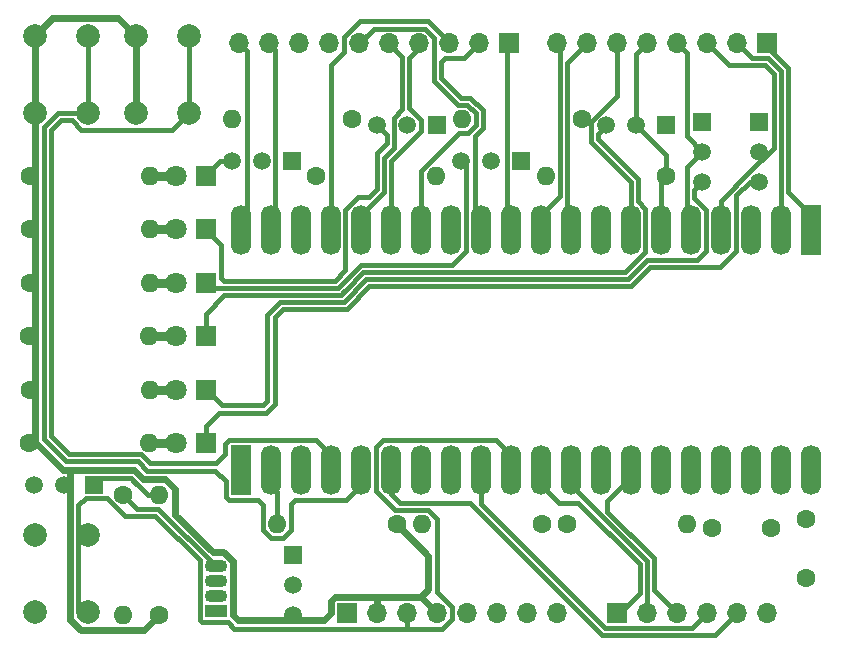
<source format=gbr>
%TF.GenerationSoftware,KiCad,Pcbnew,7.0.7*%
%TF.CreationDate,2023-09-11T15:50:09+02:00*%
%TF.ProjectId,Pico_Adapter,5069636f-5f41-4646-9170-7465722e6b69,V1.0*%
%TF.SameCoordinates,Original*%
%TF.FileFunction,Copper,L2,Bot*%
%TF.FilePolarity,Positive*%
%FSLAX46Y46*%
G04 Gerber Fmt 4.6, Leading zero omitted, Abs format (unit mm)*
G04 Created by KiCad (PCBNEW 7.0.7) date 2023-09-11 15:50:09*
%MOMM*%
%LPD*%
G01*
G04 APERTURE LIST*
%TA.AperFunction,ComponentPad*%
%ADD10R,1.900000X1.100000*%
%TD*%
%TA.AperFunction,ComponentPad*%
%ADD11O,1.900000X1.100000*%
%TD*%
%TA.AperFunction,ComponentPad*%
%ADD12R,1.500000X1.500000*%
%TD*%
%TA.AperFunction,ComponentPad*%
%ADD13C,1.500000*%
%TD*%
%TA.AperFunction,ComponentPad*%
%ADD14R,1.800000X1.800000*%
%TD*%
%TA.AperFunction,ComponentPad*%
%ADD15C,1.800000*%
%TD*%
%TA.AperFunction,ComponentPad*%
%ADD16R,1.700000X1.700000*%
%TD*%
%TA.AperFunction,ComponentPad*%
%ADD17O,1.700000X1.700000*%
%TD*%
%TA.AperFunction,ComponentPad*%
%ADD18C,1.600000*%
%TD*%
%TA.AperFunction,ComponentPad*%
%ADD19O,1.600000X1.600000*%
%TD*%
%TA.AperFunction,SMDPad,CuDef*%
%ADD20R,1.700000X4.240000*%
%TD*%
%TA.AperFunction,ComponentPad*%
%ADD21C,1.700000*%
%TD*%
%TA.AperFunction,SMDPad,CuDef*%
%ADD22O,1.700000X4.240000*%
%TD*%
%TA.AperFunction,ComponentPad*%
%ADD23C,2.000000*%
%TD*%
%TA.AperFunction,ViaPad*%
%ADD24C,0.600000*%
%TD*%
%TA.AperFunction,Conductor*%
%ADD25C,0.400000*%
%TD*%
%TA.AperFunction,Conductor*%
%ADD26C,0.600000*%
%TD*%
%TA.AperFunction,Conductor*%
%ADD27C,0.800000*%
%TD*%
G04 APERTURE END LIST*
D10*
%TO.P,P1,1,DOUT*%
%TO.N,unconnected-(P1-DOUT-Pad1)*%
X95886000Y-155604400D03*
D11*
%TO.P,P1,2,GND*%
%TO.N,GND*%
X95886000Y-154334400D03*
%TO.P,P1,3,VDD*%
%TO.N,Net-(JP1-C)*%
X95886000Y-153064400D03*
%TO.P,P1,4,DIN*%
%TO.N,Net-(JP2-B)*%
X95886000Y-151794400D03*
%TD*%
D12*
%TO.P,B1,1,GND*%
%TO.N,GND*%
X102433800Y-150825200D03*
D13*
%TO.P,B1,2,DQ*%
%TO.N,GP17*%
X102433800Y-153365200D03*
%TO.P,B1,3,V_{DD}*%
%TO.N,+3V3*%
X102433800Y-155905200D03*
%TD*%
D12*
%TO.P,Q5,1,S*%
%TO.N,GND*%
X121768600Y-117504400D03*
D13*
%TO.P,Q5,2,G*%
%TO.N,GP5*%
X119228600Y-117504400D03*
%TO.P,Q5,3,D*%
%TO.N,Net-(P5-K)*%
X116688600Y-117504400D03*
%TD*%
D14*
%TO.P,P5,1,K*%
%TO.N,Net-(P5-K)*%
X95052800Y-127791400D03*
D15*
%TO.P,P5,2,A*%
%TO.N,Net-(P5-A)*%
X92512800Y-127791400D03*
%TD*%
D16*
%TO.P,X5,1,Pin_1*%
%TO.N,GP26*%
X129869600Y-155769400D03*
D17*
%TO.P,X5,2,Pin_2*%
%TO.N,GP27*%
X132409600Y-155769400D03*
%TO.P,X5,3,Pin_3*%
%TO.N,GP28*%
X134949600Y-155769400D03*
%TO.P,X5,4,Pin_4*%
%TO.N,GP22*%
X137489600Y-155769400D03*
%TO.P,X5,5,Pin_5*%
%TO.N,GP20*%
X140029600Y-155769400D03*
%TO.P,X5,6,Pin_6*%
%TO.N,GP21*%
X142569600Y-155769400D03*
%TD*%
D18*
%TO.P,R3,1*%
%TO.N,GP3*%
X123521200Y-148238400D03*
D19*
%TO.P,R3,2*%
%TO.N,GND*%
X113361200Y-148238400D03*
%TD*%
D12*
%TO.P,Q1,1,S*%
%TO.N,GP16*%
X85573600Y-144885600D03*
D13*
%TO.P,Q1,2,G*%
%TO.N,+3V3*%
X83033600Y-144885600D03*
%TO.P,Q1,3,D*%
%TO.N,Net-(JP2-B)*%
X80493600Y-144885600D03*
%TD*%
D18*
%TO.P,R13,1*%
%TO.N,+3V3*%
X80138000Y-118723600D03*
D19*
%TO.P,R13,2*%
%TO.N,Net-(P7-A)*%
X90298000Y-118723600D03*
%TD*%
D18*
%TO.P,R9,1*%
%TO.N,+3V3*%
X91109800Y-155905200D03*
D19*
%TO.P,R9,2*%
%TO.N,GP16*%
X91109800Y-145745200D03*
%TD*%
D16*
%TO.P,X2,1,Pin_1*%
%TO.N,GP16*%
X98018600Y-144931900D03*
D20*
X98018600Y-143661900D03*
D16*
X98018600Y-142391900D03*
D21*
%TO.P,X2,2,Pin_2*%
%TO.N,GP17*%
X100558600Y-144931900D03*
D22*
X100558600Y-143661900D03*
D21*
X100558600Y-142391900D03*
%TO.P,X2,3,Pin_3*%
%TO.N,GND*%
X103098600Y-144931900D03*
D22*
X103098600Y-143661900D03*
D21*
X103098600Y-142391900D03*
%TO.P,X2,4,Pin_4*%
%TO.N,GP18*%
X105638600Y-144931900D03*
D22*
X105638600Y-143661900D03*
D21*
X105638600Y-142391900D03*
%TO.P,X2,5,Pin_5*%
%TO.N,GP19*%
X108178600Y-144931900D03*
D22*
X108178600Y-143661900D03*
D21*
X108178600Y-142391900D03*
%TO.P,X2,6,Pin_6*%
%TO.N,GP20*%
X110718600Y-144931900D03*
D22*
X110718600Y-143661900D03*
D21*
X110718600Y-142391900D03*
%TO.P,X2,7,Pin_7*%
%TO.N,GP21*%
X113258600Y-144931900D03*
D22*
X113258600Y-143661900D03*
D21*
X113258600Y-142391900D03*
%TO.P,X2,8,Pin_8*%
%TO.N,GND*%
X115798600Y-144931900D03*
D22*
X115798600Y-143661900D03*
D21*
X115798600Y-142391900D03*
%TO.P,X2,9,Pin_9*%
%TO.N,GP22*%
X118338600Y-144931900D03*
D22*
X118338600Y-143661900D03*
D21*
X118338600Y-142391900D03*
%TO.P,X2,10,Pin_10*%
%TO.N,RUN*%
X120878600Y-144931900D03*
D22*
X120878600Y-143661900D03*
D21*
X120878600Y-142391900D03*
%TO.P,X2,11,Pin_11*%
%TO.N,GP26*%
X123418600Y-144931900D03*
D22*
X123418600Y-143661900D03*
D21*
X123418600Y-142391900D03*
%TO.P,X2,12,Pin_12*%
%TO.N,GP27*%
X125958600Y-144931900D03*
D22*
X125958600Y-143661900D03*
D21*
X125958600Y-142391900D03*
%TO.P,X2,13,Pin_13*%
%TO.N,GND*%
X128498600Y-144931900D03*
D22*
X128498600Y-143661900D03*
D21*
X128498600Y-142391900D03*
%TO.P,X2,14,Pin_14*%
%TO.N,GP28*%
X131038600Y-144931900D03*
D22*
X131038600Y-143661900D03*
D21*
X131038600Y-142391900D03*
%TO.P,X2,15,Pin_15*%
%TO.N,VREF*%
X133578600Y-144931900D03*
D22*
X133578600Y-143661900D03*
D21*
X133578600Y-142391900D03*
%TO.P,X2,16,Pin_16*%
%TO.N,+3V3*%
X136118600Y-144931900D03*
D22*
X136118600Y-143661900D03*
D21*
X136118600Y-142391900D03*
%TO.P,X2,17,Pin_17*%
%TO.N,unconnected-(X2-Pin_17-Pad17)*%
X138658600Y-144931900D03*
D22*
X138658600Y-143661900D03*
D21*
X138658600Y-142391900D03*
%TO.P,X2,18,Pin_18*%
%TO.N,GND*%
X141198600Y-144931900D03*
D22*
X141198600Y-143661900D03*
D21*
X141198600Y-142391900D03*
%TO.P,X2,19,Pin_19*%
%TO.N,+5V*%
X143738600Y-144931900D03*
D22*
X143738600Y-143661900D03*
D21*
X143738600Y-142391900D03*
%TO.P,X2,20,Pin_20*%
%TO.N,unconnected-(X2-Pin_20-Pad20)*%
X146278600Y-144931900D03*
D22*
X146278600Y-143661900D03*
D21*
X146278600Y-142391900D03*
%TD*%
D14*
%TO.P,P4,1,K*%
%TO.N,Net-(P4-K)*%
X95047800Y-132312600D03*
D15*
%TO.P,P4,2,A*%
%TO.N,Net-(P4-A)*%
X92507800Y-132312600D03*
%TD*%
D14*
%TO.P,P6,1,K*%
%TO.N,Net-(P6-K)*%
X95052800Y-123270200D03*
D15*
%TO.P,P6,2,A*%
%TO.N,Net-(P6-A)*%
X92512800Y-123270200D03*
%TD*%
D18*
%TO.P,C2,1*%
%TO.N,+5V*%
X145846800Y-152802600D03*
%TO.P,C2,2*%
%TO.N,GND*%
X145846800Y-147802600D03*
%TD*%
D23*
%TO.P,SW2,1,A*%
%TO.N,+3V3*%
X89114800Y-113439200D03*
X89114800Y-106939200D03*
%TO.P,SW2,2,B*%
%TO.N,GP18*%
X93614800Y-113439200D03*
X93614800Y-106939200D03*
%TD*%
D18*
%TO.P,R14,1*%
%TO.N,+3V3*%
X80133000Y-132312600D03*
D19*
%TO.P,R14,2*%
%TO.N,Net-(P4-A)*%
X90293000Y-132312600D03*
%TD*%
D18*
%TO.P,R10,1*%
%TO.N,+3V3*%
X80133000Y-141355000D03*
D19*
%TO.P,R10,2*%
%TO.N,Net-(P2-A)*%
X90293000Y-141355000D03*
%TD*%
D18*
%TO.P,R11,1*%
%TO.N,+3V3*%
X80138000Y-127791400D03*
D19*
%TO.P,R11,2*%
%TO.N,Net-(P5-A)*%
X90298000Y-127791400D03*
%TD*%
D18*
%TO.P,R7,1*%
%TO.N,+3V3*%
X111253000Y-148238400D03*
D19*
%TO.P,R7,2*%
%TO.N,GP17*%
X101093000Y-148238400D03*
%TD*%
D18*
%TO.P,R2,1*%
%TO.N,GP2*%
X125654800Y-148238400D03*
D19*
%TO.P,R2,2*%
%TO.N,GND*%
X135814800Y-148238400D03*
%TD*%
D18*
%TO.P,R1,1*%
%TO.N,GP7*%
X107468400Y-113948400D03*
D19*
%TO.P,R1,2*%
%TO.N,GND*%
X97308400Y-113948400D03*
%TD*%
D14*
%TO.P,P7,1,K*%
%TO.N,Net-(P7-K)*%
X95052800Y-118749000D03*
D15*
%TO.P,P7,2,A*%
%TO.N,Net-(P7-A)*%
X92512800Y-118749000D03*
%TD*%
D14*
%TO.P,P2,1,K*%
%TO.N,Net-(P2-K)*%
X95047800Y-141355000D03*
D15*
%TO.P,P2,2,A*%
%TO.N,Net-(P2-A)*%
X92507800Y-141355000D03*
%TD*%
D16*
%TO.P,X6,1,Pin_1*%
%TO.N,GP8*%
X120727800Y-107518400D03*
D17*
%TO.P,X6,2,Pin_2*%
%TO.N,GP9*%
X118187800Y-107518400D03*
%TO.P,X6,3,Pin_3*%
%TO.N,GP13*%
X115647800Y-107518400D03*
%TO.P,X6,4,Pin_4*%
%TO.N,GP11*%
X113107800Y-107518400D03*
%TO.P,X6,5,Pin_5*%
%TO.N,GP12*%
X110567800Y-107518400D03*
%TO.P,X6,6,Pin_6*%
%TO.N,GP10*%
X108027800Y-107518400D03*
%TO.P,X6,7,Pin_7*%
%TO.N,GND*%
X105487800Y-107518400D03*
%TO.P,X6,8,Pin_8*%
%TO.N,VREF*%
X102947800Y-107518400D03*
%TO.P,X6,9,Pin_9*%
%TO.N,GP14*%
X100407800Y-107518400D03*
%TO.P,X6,10,Pin_10*%
%TO.N,GP15*%
X97867800Y-107518400D03*
%TD*%
D16*
%TO.P,X3,1,Pin_1*%
%TO.N,unconnected-(X3-Pin_1-Pad1)*%
X107010600Y-155769400D03*
D17*
%TO.P,X3,2,Pin_2*%
%TO.N,+3V3*%
X109550600Y-155769400D03*
%TO.P,X3,3,Pin_3*%
%TO.N,RUN*%
X112090600Y-155769400D03*
%TO.P,X3,4,Pin_4*%
%TO.N,+3V3*%
X114630600Y-155769400D03*
%TO.P,X3,5,Pin_5*%
%TO.N,+5V*%
X117170600Y-155769400D03*
%TO.P,X3,6,Pin_6*%
%TO.N,GND*%
X119710600Y-155769400D03*
%TO.P,X3,7,Pin_7*%
X122250600Y-155769400D03*
%TO.P,X3,8,Pin_8*%
%TO.N,unconnected-(X3-Pin_8-Pad8)*%
X124790600Y-155769400D03*
%TD*%
D18*
%TO.P,R4,1*%
%TO.N,GP4*%
X134011400Y-118723600D03*
D19*
%TO.P,R4,2*%
%TO.N,GND*%
X123851400Y-118723600D03*
%TD*%
D12*
%TO.P,Q7,1,S*%
%TO.N,GND*%
X102337600Y-117500000D03*
D13*
%TO.P,Q7,2,G*%
%TO.N,GP7*%
X99797600Y-117500000D03*
%TO.P,Q7,3,D*%
%TO.N,Net-(P7-K)*%
X97257600Y-117500000D03*
%TD*%
D23*
%TO.P,SW1,1,A*%
%TO.N,RUN*%
X85080400Y-149154000D03*
X85080400Y-155654000D03*
%TO.P,SW1,2,B*%
%TO.N,GND*%
X80580400Y-149154000D03*
X80580400Y-155654000D03*
%TD*%
D18*
%TO.P,R12,1*%
%TO.N,+3V3*%
X80138000Y-136833800D03*
D19*
%TO.P,R12,2*%
%TO.N,Net-(P3-A)*%
X90298000Y-136833800D03*
%TD*%
D16*
%TO.P,X1,1,Pin_1*%
%TO.N,GP0*%
X146278600Y-122072400D03*
D20*
X146278600Y-123342400D03*
D16*
X146278600Y-124612400D03*
D21*
%TO.P,X1,2,Pin_2*%
%TO.N,GP1*%
X143738600Y-122072400D03*
D22*
X143738600Y-123342400D03*
D21*
X143738600Y-124612400D03*
%TO.P,X1,3,Pin_3*%
%TO.N,GND*%
X141198600Y-122072400D03*
D22*
X141198600Y-123342400D03*
D21*
X141198600Y-124612400D03*
%TO.P,X1,4,Pin_4*%
%TO.N,GP2*%
X138658600Y-122072400D03*
D22*
X138658600Y-123342400D03*
D21*
X138658600Y-124612400D03*
%TO.P,X1,5,Pin_5*%
%TO.N,GP3*%
X136118600Y-122072400D03*
D22*
X136118600Y-123342400D03*
D21*
X136118600Y-124612400D03*
%TO.P,X1,6,Pin_6*%
%TO.N,GP4*%
X133578600Y-122072400D03*
D22*
X133578600Y-123342400D03*
D21*
X133578600Y-124612400D03*
%TO.P,X1,7,Pin_7*%
%TO.N,GP5*%
X131038600Y-122072400D03*
D22*
X131038600Y-123342400D03*
D21*
X131038600Y-124612400D03*
%TO.P,X1,8,Pin_8*%
%TO.N,GND*%
X128498600Y-122072400D03*
D22*
X128498600Y-123342400D03*
D21*
X128498600Y-124612400D03*
%TO.P,X1,9,Pin_9*%
%TO.N,GP6*%
X125958600Y-122072400D03*
D22*
X125958600Y-123342400D03*
D21*
X125958600Y-124612400D03*
%TO.P,X1,10,Pin_10*%
%TO.N,GP7*%
X123418600Y-122072400D03*
D22*
X123418600Y-123342400D03*
D21*
X123418600Y-124612400D03*
%TO.P,X1,11,Pin_11*%
%TO.N,GP8*%
X120878600Y-122072400D03*
D22*
X120878600Y-123342400D03*
D21*
X120878600Y-124612400D03*
%TO.P,X1,12,Pin_12*%
%TO.N,GP9*%
X118338600Y-122072400D03*
D22*
X118338600Y-123342400D03*
D21*
X118338600Y-124612400D03*
%TO.P,X1,13,Pin_13*%
%TO.N,GND*%
X115798600Y-122072400D03*
D22*
X115798600Y-123342400D03*
D21*
X115798600Y-124612400D03*
%TO.P,X1,14,Pin_14*%
%TO.N,GP10*%
X113258600Y-122072400D03*
D22*
X113258600Y-123342400D03*
D21*
X113258600Y-124612400D03*
%TO.P,X1,15,Pin_15*%
%TO.N,GP11*%
X110718600Y-122072400D03*
D22*
X110718600Y-123342400D03*
D21*
X110718600Y-124612400D03*
%TO.P,X1,16,Pin_16*%
%TO.N,GP12*%
X108178600Y-122072400D03*
D22*
X108178600Y-123342400D03*
D21*
X108178600Y-124612400D03*
%TO.P,X1,17,Pin_17*%
%TO.N,GP13*%
X105638600Y-122072400D03*
D22*
X105638600Y-123342400D03*
D21*
X105638600Y-124612400D03*
%TO.P,X1,18,Pin_18*%
%TO.N,GND*%
X103098600Y-122072400D03*
D22*
X103098600Y-123342400D03*
D21*
X103098600Y-124612400D03*
%TO.P,X1,19,Pin_19*%
%TO.N,GP14*%
X100558600Y-122072400D03*
D22*
X100558600Y-123342400D03*
D21*
X100558600Y-124612400D03*
%TO.P,X1,20,Pin_20*%
%TO.N,GP15*%
X98018600Y-122072400D03*
D22*
X98018600Y-123342400D03*
D21*
X98018600Y-124612400D03*
%TD*%
D18*
%TO.P,R6,1*%
%TO.N,GP6*%
X104420400Y-118723600D03*
D19*
%TO.P,R6,2*%
%TO.N,GND*%
X114580400Y-118723600D03*
%TD*%
D12*
%TO.P,Q4,1,S*%
%TO.N,GND*%
X134062200Y-114452000D03*
D13*
%TO.P,Q4,2,G*%
%TO.N,GP4*%
X131522200Y-114452000D03*
%TO.P,Q4,3,D*%
%TO.N,Net-(P4-K)*%
X128982200Y-114452000D03*
%TD*%
D18*
%TO.P,R15,1*%
%TO.N,+3V3*%
X80138000Y-123270200D03*
D19*
%TO.P,R15,2*%
%TO.N,Net-(P6-A)*%
X90298000Y-123270200D03*
%TD*%
D18*
%TO.P,C1,1*%
%TO.N,+3V3*%
X137922000Y-148590000D03*
%TO.P,C1,2*%
%TO.N,GND*%
X142922000Y-148590000D03*
%TD*%
D12*
%TO.P,Q6,1,S*%
%TO.N,GND*%
X114656600Y-114456400D03*
D13*
%TO.P,Q6,2,G*%
%TO.N,GP6*%
X112116600Y-114456400D03*
%TO.P,Q6,3,D*%
%TO.N,Net-(P6-K)*%
X109576600Y-114456400D03*
%TD*%
D12*
%TO.P,Q3,1,S*%
%TO.N,GND*%
X137110200Y-114151600D03*
D13*
%TO.P,Q3,2,G*%
%TO.N,GP3*%
X137110200Y-116691600D03*
%TO.P,Q3,3,D*%
%TO.N,Net-(P3-K)*%
X137110200Y-119231600D03*
%TD*%
D18*
%TO.P,R8,1*%
%TO.N,Net-(JP2-B)*%
X88087200Y-145719800D03*
D19*
%TO.P,R8,2*%
%TO.N,Net-(JP1-C)*%
X88087200Y-155879800D03*
%TD*%
D16*
%TO.P,X4,1,Pin_1*%
%TO.N,GP0*%
X142569600Y-107518400D03*
D17*
%TO.P,X4,2,Pin_2*%
%TO.N,GP1*%
X140029600Y-107518400D03*
%TO.P,X4,3,Pin_3*%
%TO.N,GP2*%
X137489600Y-107518400D03*
%TO.P,X4,4,Pin_4*%
%TO.N,GP3*%
X134949600Y-107518400D03*
%TO.P,X4,5,Pin_5*%
%TO.N,GP4*%
X132409600Y-107518400D03*
%TO.P,X4,6,Pin_6*%
%TO.N,GP5*%
X129869600Y-107518400D03*
%TO.P,X4,7,Pin_7*%
%TO.N,GP6*%
X127329600Y-107518400D03*
%TO.P,X4,8,Pin_8*%
%TO.N,GP7*%
X124789600Y-107518400D03*
%TD*%
D14*
%TO.P,P3,1,K*%
%TO.N,Net-(P3-K)*%
X95052800Y-136833800D03*
D15*
%TO.P,P3,2,A*%
%TO.N,Net-(P3-A)*%
X92512800Y-136833800D03*
%TD*%
D23*
%TO.P,SW3,1,A*%
%TO.N,+3V3*%
X80580400Y-113413800D03*
X80580400Y-106913800D03*
%TO.P,SW3,2,B*%
%TO.N,GP19*%
X85080400Y-113413800D03*
X85080400Y-106913800D03*
%TD*%
D18*
%TO.P,R5,1*%
%TO.N,GP5*%
X126899400Y-113948400D03*
D19*
%TO.P,R5,2*%
%TO.N,GND*%
X116739400Y-113948400D03*
%TD*%
D12*
%TO.P,Q2,1,S*%
%TO.N,GND*%
X141885400Y-114151600D03*
D13*
%TO.P,Q2,2,G*%
%TO.N,GP2*%
X141885400Y-116691600D03*
%TO.P,Q2,3,D*%
%TO.N,Net-(P2-K)*%
X141885400Y-119231600D03*
%TD*%
D24*
%TO.N,+3V3*%
X92494775Y-147040600D03*
%TD*%
D25*
%TO.N,RUN*%
X85080400Y-155654000D02*
X84302400Y-155654000D01*
X90788272Y-147545200D02*
X94536000Y-151292928D01*
X84302400Y-155654000D02*
X84280400Y-155632000D01*
X84880800Y-146035600D02*
X86677543Y-146035600D01*
X94536000Y-151292928D02*
X94536000Y-156348400D01*
X94742000Y-156554400D02*
X96938250Y-156554400D01*
X84280400Y-155632000D02*
X84280400Y-146636000D01*
X86677543Y-146035600D02*
X88187143Y-147545200D01*
X94536000Y-156348400D02*
X94742000Y-156554400D01*
X96938250Y-156554400D02*
X97468450Y-157084600D01*
X84280400Y-146636000D02*
X84880800Y-146035600D01*
X88187143Y-147545200D02*
X90788272Y-147545200D01*
X97468450Y-157084600D02*
X112091200Y-157084600D01*
D26*
%TO.N,+3V3*%
X109525800Y-154391200D02*
X105969800Y-154391200D01*
X105969800Y-154391200D02*
X105660600Y-154700400D01*
X105660600Y-154700400D02*
X105660600Y-155761200D01*
X105660600Y-155761200D02*
X105037200Y-156384600D01*
X105037200Y-156384600D02*
X97758400Y-156384600D01*
X97758400Y-156384600D02*
X97336000Y-155962200D01*
X97336000Y-155962200D02*
X97336000Y-151359476D01*
X96526649Y-150550125D02*
X95631675Y-150550125D01*
X92494775Y-147413225D02*
X92494775Y-147040600D01*
X97336000Y-151359476D02*
X96526649Y-150550125D01*
X95631675Y-150550125D02*
X92494775Y-147413225D01*
D25*
%TO.N,GP0*%
X144338600Y-120132400D02*
X146278600Y-122072400D01*
X142569600Y-107825400D02*
X144338600Y-109594400D01*
X142569600Y-107518400D02*
X142569600Y-107825400D01*
X144338600Y-109594400D02*
X144338600Y-120132400D01*
%TO.N,GP1*%
X143738600Y-109858000D02*
X142649000Y-108768400D01*
X143738600Y-122072400D02*
X143738600Y-109858000D01*
X142649000Y-108768400D02*
X141279600Y-108768400D01*
X141279600Y-108768400D02*
X140029600Y-107518400D01*
D26*
%TO.N,GND*%
X96470200Y-154385200D02*
X95886000Y-154385200D01*
D25*
%TO.N,GP2*%
X138658600Y-120832054D02*
X138658600Y-122072400D01*
X141885400Y-117605254D02*
X141148427Y-118342227D01*
X141148427Y-118342227D02*
X138658600Y-120832054D01*
X142400472Y-109368400D02*
X143138600Y-110106528D01*
X143138600Y-110106528D02*
X143138600Y-116352054D01*
X137489600Y-107518400D02*
X139339600Y-109368400D01*
X143138600Y-116352054D02*
X141148427Y-118342227D01*
X139339600Y-109368400D02*
X142400472Y-109368400D01*
%TO.N,GP3*%
X135786800Y-114558000D02*
X135786800Y-108355600D01*
X136118600Y-122072400D02*
X135786800Y-121740600D01*
X135786800Y-121740600D02*
X135786800Y-119231600D01*
X137110200Y-116691600D02*
X135786800Y-118015000D01*
X135786800Y-118015000D02*
X135786800Y-119231600D01*
X135786800Y-117989600D02*
X137084800Y-116691600D01*
X135786800Y-108355600D02*
X134949600Y-107518400D01*
X135786800Y-119231600D02*
X135786800Y-117989600D01*
X135786800Y-115393600D02*
X135786800Y-114558000D01*
X137084800Y-116691600D02*
X135786800Y-115393600D01*
%TO.N,GP4*%
X133578600Y-119131000D02*
X133986000Y-118723600D01*
X133578600Y-122072400D02*
X133578600Y-119131000D01*
X131496800Y-108431200D02*
X132409600Y-107518400D01*
X133986000Y-116941200D02*
X131496800Y-114452000D01*
X133986000Y-118723600D02*
X133986000Y-116941200D01*
X131496800Y-114452000D02*
X131496800Y-108431200D01*
%TO.N,GP5*%
X127636000Y-114171854D02*
X129869600Y-111938254D01*
X131038600Y-119244370D02*
X127636000Y-115841770D01*
X131038600Y-122072400D02*
X131038600Y-119244370D01*
X129869600Y-111938254D02*
X129869600Y-107518400D01*
X127636000Y-115841770D02*
X127636000Y-114171854D01*
%TO.N,GP6*%
X127329600Y-107518400D02*
X125674000Y-109174000D01*
X125674000Y-121787800D02*
X125958600Y-122072400D01*
X125674000Y-109174000D02*
X125674000Y-121787800D01*
%TO.N,GP7*%
X125074000Y-107802800D02*
X124789600Y-107518400D01*
X123418600Y-122072400D02*
X125074000Y-120417000D01*
X125074000Y-120417000D02*
X125074000Y-107802800D01*
X123418600Y-122072400D02*
X123418600Y-121676585D01*
%TO.N,GP8*%
X120593200Y-121787000D02*
X120593200Y-107653000D01*
X120878600Y-122072400D02*
X120593200Y-121787000D01*
X120593200Y-107653000D02*
X120727800Y-107518400D01*
%TO.N,GP9*%
X117838600Y-115394784D02*
X117838600Y-121572400D01*
X114997800Y-110443872D02*
X116683128Y-112129200D01*
X116937800Y-108768400D02*
X115340800Y-108768400D01*
X118539400Y-114693985D02*
X117838600Y-115394784D01*
X116683128Y-112129200D02*
X117465785Y-112129200D01*
X118539400Y-113202815D02*
X118539400Y-114693985D01*
X117465785Y-112129200D02*
X118539400Y-113202815D01*
X117838600Y-121572400D02*
X118338600Y-122072400D01*
X114997800Y-109111400D02*
X114997800Y-110443872D01*
X118187800Y-107518400D02*
X116937800Y-108768400D01*
X115340800Y-108768400D02*
X114997800Y-109111400D01*
%TO.N,GP10*%
X113625567Y-106268400D02*
X109277800Y-106268400D01*
X109277800Y-106268400D02*
X108027800Y-107518400D01*
X113258600Y-118348343D02*
X116458543Y-115148400D01*
X114397800Y-110692400D02*
X114397800Y-107040633D01*
X117236456Y-115148400D02*
X117939400Y-114445457D01*
X117217257Y-112729200D02*
X116434600Y-112729200D01*
X117939400Y-114445457D02*
X117939400Y-113451343D01*
X114397800Y-107040633D02*
X113625567Y-106268400D01*
X113258600Y-122072400D02*
X113258600Y-118348343D01*
X117939400Y-113451343D02*
X117217257Y-112729200D01*
X116458543Y-115148400D02*
X117236456Y-115148400D01*
X113721546Y-122072400D02*
X113258600Y-122072400D01*
X116434600Y-112729200D02*
X114397800Y-110692400D01*
%TO.N,GP11*%
X113107800Y-107953400D02*
X113107800Y-107518400D01*
X112294400Y-108766800D02*
X113107800Y-107953400D01*
X110718600Y-117480746D02*
X113266600Y-114932746D01*
X112294400Y-112703800D02*
X112294400Y-108766800D01*
X113266600Y-113980054D02*
X112294400Y-113007854D01*
X112294400Y-113007854D02*
X112294400Y-112703800D01*
X110718600Y-122072400D02*
X110718600Y-117480746D01*
X113266600Y-114932746D02*
X113266600Y-113980054D01*
%TO.N,GP12*%
X110966600Y-116384218D02*
X110118600Y-117232218D01*
X110567800Y-107518400D02*
X111694400Y-108645000D01*
X111694400Y-113093600D02*
X110966600Y-113821400D01*
X110118600Y-117232218D02*
X110118600Y-120132400D01*
X110966600Y-113821400D02*
X110966600Y-116384218D01*
X111694400Y-108645000D02*
X111694400Y-113093600D01*
X110118600Y-120132400D02*
X108178600Y-122072400D01*
%TO.N,GP13*%
X105638600Y-109352000D02*
X106757200Y-108233400D01*
X105638600Y-122072400D02*
X105638600Y-109352000D01*
X106757200Y-108233400D02*
X106757200Y-107021233D01*
X108110433Y-105668000D02*
X113873695Y-105668000D01*
X113873695Y-105668000D02*
X115647800Y-107442105D01*
X115647800Y-107442105D02*
X115647800Y-107518400D01*
X106757200Y-107021233D02*
X108110433Y-105668000D01*
%TO.N,GP14*%
X100558600Y-122072400D02*
X100947600Y-121683400D01*
X100947600Y-108058200D02*
X100407800Y-107518400D01*
X100947600Y-121683400D02*
X100947600Y-108058200D01*
%TO.N,GP15*%
X98508400Y-121582600D02*
X98508400Y-108159000D01*
X98018600Y-122072400D02*
X98508400Y-121582600D01*
X98508400Y-108159000D02*
X97867800Y-107518400D01*
%TO.N,GP16*%
X86123600Y-144335600D02*
X85573600Y-144885600D01*
X89507686Y-145112114D02*
X88936186Y-144540614D01*
X91109800Y-145745200D02*
X90140772Y-145745200D01*
X85918586Y-144540614D02*
X85573600Y-144885600D01*
X88731172Y-144335600D02*
X86123600Y-144335600D01*
X89507686Y-145112114D02*
X88731172Y-144335600D01*
X90140772Y-145745200D02*
X89507686Y-145112114D01*
%TO.N,GP17*%
X101093000Y-145466300D02*
X100558600Y-144931900D01*
X101093000Y-148238400D02*
X101093000Y-145466300D01*
%TO.N,GP18*%
X82808827Y-114013800D02*
X81938000Y-114884627D01*
X92214800Y-114839200D02*
X84525901Y-114839200D01*
X83700501Y-114013800D02*
X82808827Y-114013800D01*
X83485328Y-142292728D02*
X89536928Y-142292728D01*
X81938000Y-140745400D02*
X83485328Y-142292728D01*
X96673400Y-142329400D02*
X96673400Y-141456600D01*
X95915000Y-143087800D02*
X96673400Y-142329400D01*
X93614800Y-113439200D02*
X92214800Y-114839200D01*
X96673400Y-141456600D02*
X96988100Y-141141900D01*
X90332000Y-143087800D02*
X95915000Y-143087800D01*
X96988100Y-141141900D02*
X104388600Y-141141900D01*
X104388600Y-141141900D02*
X105638600Y-142391900D01*
X89536928Y-142292728D02*
X90332000Y-143087800D01*
X93614800Y-106939200D02*
X93614800Y-113439200D01*
X81938000Y-114884627D02*
X81938000Y-140745400D01*
X84525901Y-114839200D02*
X83700501Y-114013800D01*
%TO.N,GP19*%
X100585000Y-149438400D02*
X101620200Y-149438400D01*
X90083472Y-143687800D02*
X95856600Y-143687800D01*
X102616100Y-146181900D02*
X106928600Y-146181900D01*
X106928600Y-146181900D02*
X108178600Y-144931900D01*
X89288400Y-142892728D02*
X90083472Y-143687800D01*
X102293000Y-148765600D02*
X102293000Y-146505000D01*
X81338000Y-140993928D02*
X83236800Y-142892728D01*
X85080400Y-106913800D02*
X85080400Y-113413800D01*
X99893000Y-148746400D02*
X100585000Y-149438400D01*
X99893000Y-146593600D02*
X99893000Y-148746400D01*
X85080400Y-113413800D02*
X82560299Y-113413800D01*
X95856600Y-143687800D02*
X96768600Y-144599800D01*
X101620200Y-149438400D02*
X102293000Y-148765600D01*
X82560299Y-113413800D02*
X81338000Y-114636099D01*
X97003600Y-146181900D02*
X99493700Y-146181900D01*
X99899200Y-146587400D02*
X99893000Y-146593600D01*
X102293000Y-146505000D02*
X102616100Y-146181900D01*
X96768600Y-145946900D02*
X97003600Y-146181900D01*
X83236800Y-142892728D02*
X89288400Y-142892728D01*
X96768600Y-144599800D02*
X96768600Y-145946900D01*
X81338000Y-114636099D02*
X81338000Y-140993928D01*
X99493700Y-146181900D02*
X99899200Y-146587400D01*
%TO.N,GP20*%
X140029600Y-155769400D02*
X138179600Y-157619400D01*
X110718600Y-144931900D02*
X110718600Y-145675400D01*
X138179600Y-157619400D02*
X129566400Y-157619400D01*
X128573872Y-157619400D02*
X129566400Y-157619400D01*
X111481600Y-146438400D02*
X117392872Y-146438400D01*
X117392872Y-146438400D02*
X128573872Y-157619400D01*
X110718600Y-145675400D02*
X111481600Y-146438400D01*
%TO.N,GP22*%
X118338600Y-144931900D02*
X118338600Y-146181000D01*
X136239600Y-157019400D02*
X128822400Y-157019400D01*
X128822400Y-157019400D02*
X118338600Y-146535600D01*
X137489600Y-155769400D02*
X136239600Y-157019400D01*
X118338600Y-146535600D02*
X118338600Y-146181000D01*
%TO.N,RUN*%
X115880600Y-156287167D02*
X115880600Y-155251633D01*
X115880600Y-155251633D02*
X114605800Y-153976833D01*
X113858257Y-147038400D02*
X111057333Y-147038400D01*
X111057333Y-147038400D02*
X109468600Y-145449667D01*
X112091200Y-157084600D02*
X115083167Y-157084600D01*
X114605800Y-153976833D02*
X114605800Y-147785943D01*
X109468600Y-141707100D02*
X110033800Y-141141900D01*
X109468600Y-145449667D02*
X109468600Y-141707100D01*
X114605800Y-147785943D02*
X113858257Y-147038400D01*
X112090600Y-157084000D02*
X112091200Y-157084600D01*
X110033800Y-141141900D02*
X119628600Y-141141900D01*
X112090600Y-155769400D02*
X112090600Y-157084000D01*
X115083167Y-157084600D02*
X115880600Y-156287167D01*
X119628600Y-141141900D02*
X120878600Y-142391900D01*
%TO.N,GP26*%
X131809600Y-154097800D02*
X131809600Y-151631428D01*
X130138000Y-155769400D02*
X131809600Y-154097800D01*
X131809600Y-151631428D02*
X126616586Y-146438414D01*
X124925114Y-146438414D02*
X123418600Y-144931900D01*
X129869600Y-155769400D02*
X130138000Y-155769400D01*
X126616586Y-146438414D02*
X124925114Y-146438414D01*
%TO.N,GP27*%
X132409600Y-155769400D02*
X132409600Y-151382900D01*
X132409600Y-151382900D02*
X125958600Y-144931900D01*
%TO.N,GP28*%
X133009600Y-153829400D02*
X133009600Y-151134372D01*
X134949600Y-155769400D02*
X133009600Y-153829400D01*
X133009600Y-151134372D02*
X129033000Y-147157772D01*
X130383700Y-144931900D02*
X131038600Y-144931900D01*
X129033000Y-147157772D02*
X129033000Y-146282600D01*
X129033000Y-146282600D02*
X130383700Y-144931900D01*
D26*
%TO.N,+3V3*%
X92494775Y-145291697D02*
X91590878Y-144387800D01*
X84456600Y-157205200D02*
X83580400Y-156329000D01*
X83580400Y-156329000D02*
X83580400Y-143825400D01*
X113252400Y-154391200D02*
X114630600Y-155769400D01*
X80638000Y-141283877D02*
X80638000Y-106971400D01*
X82989723Y-143635600D02*
X80638000Y-141283877D01*
X113905800Y-150891200D02*
X111253000Y-148238400D01*
X109525800Y-154391200D02*
X111862600Y-154391200D01*
X113905800Y-152505600D02*
X113905800Y-150891200D01*
X89021122Y-143635600D02*
X82989723Y-143635600D01*
X82080400Y-105413800D02*
X87589400Y-105413800D01*
X89773322Y-144387800D02*
X89021122Y-143635600D01*
X80580400Y-106913800D02*
X82080400Y-105413800D01*
X87589400Y-105413800D02*
X89114800Y-106939200D01*
X113905800Y-153171350D02*
X113905800Y-153737800D01*
X111862600Y-154391200D02*
X112478850Y-154391200D01*
X109550600Y-154416000D02*
X109525800Y-154391200D01*
X91590878Y-144387800D02*
X89773322Y-144387800D01*
X109550600Y-155769400D02*
X109550600Y-154416000D01*
X113905800Y-153737800D02*
X113252400Y-154391200D01*
X91109800Y-155905200D02*
X89809800Y-157205200D01*
X92494775Y-147040600D02*
X92494775Y-145291697D01*
X113905800Y-152505600D02*
X113905800Y-153171350D01*
X112685950Y-154391200D02*
X113252400Y-154391200D01*
X112685950Y-154391200D02*
X111862600Y-154391200D01*
X89809800Y-157205200D02*
X84456600Y-157205200D01*
X80638000Y-106971400D02*
X80580400Y-106913800D01*
X89114800Y-106939200D02*
X89114800Y-113439200D01*
D25*
%TO.N,Net-(P2-K)*%
X106979112Y-130023800D02*
X101588728Y-130023800D01*
X100883764Y-130728764D02*
X100883764Y-138069164D01*
X101588728Y-130023800D02*
X100883764Y-130728764D01*
X95047800Y-139943400D02*
X95047800Y-141355000D01*
X100883764Y-138069164D02*
X100172128Y-138780800D01*
X139948600Y-120390582D02*
X139948600Y-125090167D01*
X96210400Y-138780800D02*
X95047800Y-139943400D01*
X139948600Y-125090167D02*
X138576366Y-126462400D01*
X132668656Y-126462400D02*
X131034856Y-128096200D01*
X141107582Y-119231600D02*
X139948600Y-120390582D01*
X141885400Y-119231600D02*
X141107582Y-119231600D01*
X108906712Y-128096200D02*
X106979112Y-130023800D01*
X100172128Y-138780800D02*
X96210400Y-138780800D01*
X131034856Y-128096200D02*
X108906712Y-128096200D01*
X138576366Y-126462400D02*
X132668656Y-126462400D01*
D27*
%TO.N,Net-(P2-A)*%
X90293000Y-141355000D02*
X92507800Y-141355000D01*
D25*
%TO.N,Net-(P3-K)*%
X100283764Y-130480236D02*
X100283764Y-137820636D01*
X99923600Y-138180800D02*
X96399800Y-138180800D01*
X130786328Y-127496200D02*
X108658184Y-127496200D01*
X96399800Y-138180800D02*
X95052800Y-136833800D01*
X137110200Y-119231600D02*
X136386800Y-119955000D01*
X101340200Y-129423800D02*
X100283764Y-130480236D01*
X136386800Y-119955000D02*
X136386800Y-120572833D01*
X137408600Y-121594633D02*
X137408600Y-125090167D01*
X106730584Y-129423800D02*
X101340200Y-129423800D01*
X136386800Y-120572833D02*
X137408600Y-121594633D01*
X136636367Y-125862400D02*
X132420128Y-125862400D01*
X108658184Y-127496200D02*
X106730584Y-129423800D01*
X132420128Y-125862400D02*
X130786328Y-127496200D01*
X137408600Y-125090167D02*
X136636367Y-125862400D01*
X100283764Y-137820636D02*
X99923600Y-138180800D01*
D27*
%TO.N,Net-(P3-A)*%
X90298000Y-136833800D02*
X92512800Y-136833800D01*
D25*
%TO.N,Net-(P4-K)*%
X132288600Y-125145400D02*
X130537800Y-126896200D01*
X95047800Y-130396400D02*
X96620400Y-128823800D01*
X132288600Y-121554633D02*
X132288600Y-125145400D01*
X108409656Y-126896200D02*
X106896028Y-128409828D01*
X128982200Y-114452000D02*
X128236000Y-115198200D01*
X95047800Y-132312600D02*
X95047800Y-130396400D01*
X130537800Y-126896200D02*
X108409656Y-126896200D01*
X131638600Y-118995842D02*
X131638600Y-120904633D01*
X106482056Y-128823800D02*
X106896028Y-128409828D01*
X131638600Y-120904633D02*
X132288600Y-121554633D01*
X128236000Y-115198200D02*
X128236000Y-115593242D01*
X96620400Y-128823800D02*
X106482056Y-128823800D01*
X106896028Y-128409828D02*
X106692828Y-128613028D01*
X128236000Y-115593242D02*
X131638600Y-118995842D01*
D27*
%TO.N,Net-(P4-A)*%
X90293000Y-132312600D02*
X92507800Y-132312600D01*
D25*
%TO.N,Net-(P5-K)*%
X106233528Y-128223800D02*
X95485200Y-128223800D01*
X108161128Y-126296200D02*
X106233528Y-128223800D01*
X117088600Y-117904400D02*
X117088600Y-125090167D01*
X95485200Y-128223800D02*
X95052800Y-127791400D01*
X115882567Y-126296200D02*
X108161128Y-126296200D01*
X117088600Y-125090167D02*
X115882567Y-126296200D01*
X116688600Y-117504400D02*
X117088600Y-117904400D01*
D27*
%TO.N,Net-(P5-A)*%
X92512800Y-127791400D02*
X90298000Y-127791400D01*
D25*
%TO.N,Net-(P6-K)*%
X96352800Y-127369200D02*
X96607400Y-127623800D01*
X105985000Y-127623800D02*
X106888600Y-126720200D01*
X107938497Y-120544736D02*
X108857736Y-120544736D01*
X95052800Y-123270200D02*
X96352800Y-124570200D01*
X109518600Y-119883872D02*
X109518600Y-116803000D01*
X106888600Y-126720200D02*
X106888600Y-121594633D01*
X109518600Y-116803000D02*
X110366600Y-115955000D01*
X110366600Y-115246400D02*
X109576600Y-114456400D01*
X96352800Y-124570200D02*
X96352800Y-127369200D01*
X96607400Y-127623800D02*
X105985000Y-127623800D01*
X110366600Y-115955000D02*
X110366600Y-115246400D01*
X108857736Y-120544736D02*
X109518600Y-119883872D01*
X106888600Y-121594633D02*
X107938497Y-120544736D01*
D27*
%TO.N,Net-(P6-A)*%
X92512800Y-123270200D02*
X90298000Y-123270200D01*
D25*
%TO.N,Net-(P7-K)*%
X97257600Y-117500000D02*
X96301800Y-117500000D01*
X96301800Y-117500000D02*
X95052800Y-118749000D01*
D27*
%TO.N,Net-(P7-A)*%
X90323400Y-118749000D02*
X90298000Y-118723600D01*
X92512800Y-118749000D02*
X90323400Y-118749000D01*
D25*
%TO.N,Net-(JP2-B)*%
X91036800Y-146945200D02*
X95886000Y-151794400D01*
X88061800Y-145745200D02*
X89261800Y-146945200D01*
X89261800Y-146945200D02*
X91036800Y-146945200D01*
%TD*%
M02*

</source>
